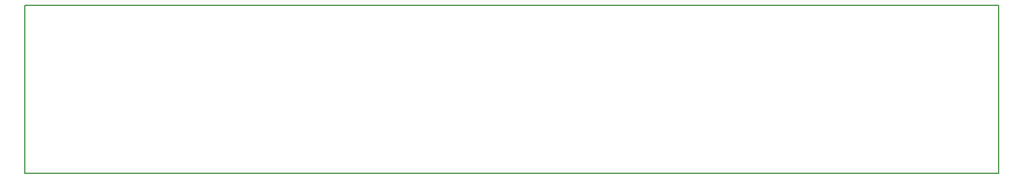
<source format=gbr>
G04 #@! TF.FileFunction,Profile,NP*
%FSLAX46Y46*%
G04 Gerber Fmt 4.6, Leading zero omitted, Abs format (unit mm)*
G04 Created by KiCad (PCBNEW 0.201505071723+5645~23~ubuntu14.04.1-product) date dom 10 mag 2015 16:46:30 CEST*
%MOMM*%
G01*
G04 APERTURE LIST*
%ADD10C,0.100000*%
%ADD11C,0.200000*%
G04 APERTURE END LIST*
D10*
D11*
X34290000Y-115570000D02*
X34290000Y-116840000D01*
X173990000Y-115570000D02*
X173990000Y-116840000D01*
X34290000Y-92710000D02*
X34290000Y-115570000D01*
X173990000Y-92710000D02*
X173990000Y-115570000D01*
X34290000Y-92710000D02*
X173990000Y-92710000D01*
X173990000Y-116840000D02*
X34290000Y-116840000D01*
M02*

</source>
